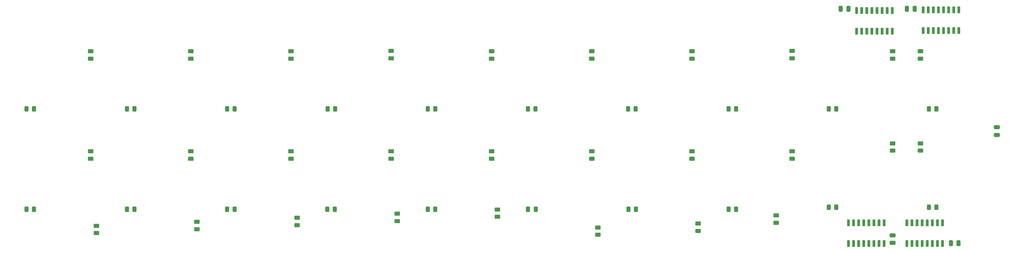
<source format=gtp>
G04 #@! TF.GenerationSoftware,KiCad,Pcbnew,8.0.4*
G04 #@! TF.CreationDate,2024-09-20T17:19:13+02:00*
G04 #@! TF.ProjectId,Keys_Flash,4b657973-5f46-46c6-9173-682e6b696361,rev?*
G04 #@! TF.SameCoordinates,Original*
G04 #@! TF.FileFunction,Paste,Top*
G04 #@! TF.FilePolarity,Positive*
%FSLAX46Y46*%
G04 Gerber Fmt 4.6, Leading zero omitted, Abs format (unit mm)*
G04 Created by KiCad (PCBNEW 8.0.4) date 2024-09-20 17:19:13*
%MOMM*%
%LPD*%
G01*
G04 APERTURE LIST*
G04 Aperture macros list*
%AMRoundRect*
0 Rectangle with rounded corners*
0 $1 Rounding radius*
0 $2 $3 $4 $5 $6 $7 $8 $9 X,Y pos of 4 corners*
0 Add a 4 corners polygon primitive as box body*
4,1,4,$2,$3,$4,$5,$6,$7,$8,$9,$2,$3,0*
0 Add four circle primitives for the rounded corners*
1,1,$1+$1,$2,$3*
1,1,$1+$1,$4,$5*
1,1,$1+$1,$6,$7*
1,1,$1+$1,$8,$9*
0 Add four rect primitives between the rounded corners*
20,1,$1+$1,$2,$3,$4,$5,0*
20,1,$1+$1,$4,$5,$6,$7,0*
20,1,$1+$1,$6,$7,$8,$9,0*
20,1,$1+$1,$8,$9,$2,$3,0*%
G04 Aperture macros list end*
%ADD10RoundRect,0.243750X-0.243750X-0.456250X0.243750X-0.456250X0.243750X0.456250X-0.243750X0.456250X0*%
%ADD11RoundRect,0.250000X0.450000X-0.262500X0.450000X0.262500X-0.450000X0.262500X-0.450000X-0.262500X0*%
%ADD12RoundRect,0.250000X-0.450000X0.262500X-0.450000X-0.262500X0.450000X-0.262500X0.450000X0.262500X0*%
%ADD13RoundRect,0.250000X0.475000X-0.250000X0.475000X0.250000X-0.475000X0.250000X-0.475000X-0.250000X0*%
%ADD14RoundRect,0.250000X0.250000X0.475000X-0.250000X0.475000X-0.250000X-0.475000X0.250000X-0.475000X0*%
%ADD15RoundRect,0.150000X0.150000X-0.725000X0.150000X0.725000X-0.150000X0.725000X-0.150000X-0.725000X0*%
%ADD16RoundRect,0.250000X-0.250000X-0.475000X0.250000X-0.475000X0.250000X0.475000X-0.250000X0.475000X0*%
%ADD17RoundRect,0.150000X-0.150000X0.725000X-0.150000X-0.725000X0.150000X-0.725000X0.150000X0.725000X0*%
G04 APERTURE END LIST*
D10*
X100062500Y-136000000D03*
X101937500Y-136000000D03*
D11*
X241000000Y-121412500D03*
X241000000Y-119587500D03*
D10*
X125125000Y-136000000D03*
X127000000Y-136000000D03*
D12*
X92500000Y-138175000D03*
X92500000Y-140000000D03*
X191000000Y-96587500D03*
X191000000Y-98412500D03*
D13*
X267000000Y-117450000D03*
X267000000Y-115550000D03*
D12*
X41000000Y-96587500D03*
X41000000Y-98412500D03*
D10*
X50062500Y-136000000D03*
X51937500Y-136000000D03*
D12*
X216000000Y-96500000D03*
X216000000Y-98325000D03*
X116000000Y-121587500D03*
X116000000Y-123412500D03*
D10*
X50062500Y-111000000D03*
X51937500Y-111000000D03*
D12*
X42500000Y-140175000D03*
X42500000Y-142000000D03*
D10*
X176937500Y-111000000D03*
X175062500Y-111000000D03*
X202000000Y-136000000D03*
X200125000Y-136000000D03*
D12*
X241000000Y-96587500D03*
X241000000Y-98412500D03*
D14*
X246500000Y-86000000D03*
X244600000Y-86000000D03*
D12*
X141000000Y-121587500D03*
X141000000Y-123412500D03*
X212000000Y-137587500D03*
X212000000Y-139412500D03*
D10*
X250062500Y-111000000D03*
X251937500Y-111000000D03*
D15*
X248609999Y-91425000D03*
X249879999Y-91425000D03*
X251149999Y-91425000D03*
X252419999Y-91425000D03*
X253689999Y-91425000D03*
X254959999Y-91425000D03*
X256229999Y-91425000D03*
X257499999Y-91425000D03*
X257499999Y-86275000D03*
X256229999Y-86275000D03*
X254959999Y-86275000D03*
X253689999Y-86275000D03*
X252419999Y-86275000D03*
X251149999Y-86275000D03*
X249879999Y-86275000D03*
X248609999Y-86275000D03*
D12*
X141000000Y-96587500D03*
X141000000Y-98412500D03*
X67500000Y-139175000D03*
X67500000Y-141000000D03*
X191000000Y-121587500D03*
X191000000Y-123412500D03*
X66000000Y-121587500D03*
X66000000Y-123412500D03*
D10*
X225062500Y-111000000D03*
X226937500Y-111000000D03*
X100125000Y-111000000D03*
X102000000Y-111000000D03*
D12*
X167500000Y-140587500D03*
X167500000Y-142412500D03*
X117500000Y-137175000D03*
X117500000Y-139000000D03*
X192500000Y-139587500D03*
X192500000Y-141412500D03*
D10*
X75062500Y-136000000D03*
X76937500Y-136000000D03*
D16*
X255550000Y-144500000D03*
X257450000Y-144500000D03*
D12*
X91000000Y-121587500D03*
X91000000Y-123412500D03*
X142500000Y-136087500D03*
X142500000Y-137912500D03*
D15*
X232055000Y-91575000D03*
X233325000Y-91575000D03*
X234595000Y-91575000D03*
X235865000Y-91575000D03*
X237135000Y-91575000D03*
X238405000Y-91575000D03*
X239675000Y-91575000D03*
X240945000Y-91575000D03*
X240945000Y-86425000D03*
X239675000Y-86425000D03*
X238405000Y-86425000D03*
X237135000Y-86425000D03*
X235865000Y-86425000D03*
X234595000Y-86425000D03*
X233325000Y-86425000D03*
X232055000Y-86425000D03*
D10*
X150125000Y-136000000D03*
X152000000Y-136000000D03*
D12*
X166000000Y-121587500D03*
X166000000Y-123412500D03*
X216000000Y-121587500D03*
X216000000Y-123412500D03*
D10*
X250062500Y-135500000D03*
X251937500Y-135500000D03*
D12*
X91000000Y-96587500D03*
X91000000Y-98412500D03*
D10*
X25000000Y-111000000D03*
X26875000Y-111000000D03*
X150062500Y-111000000D03*
X151937500Y-111000000D03*
D12*
X41000000Y-121587500D03*
X41000000Y-123412500D03*
X116000000Y-96500000D03*
X116000000Y-98325000D03*
X66000000Y-96587500D03*
X66000000Y-98412500D03*
D14*
X230000000Y-86000000D03*
X228100000Y-86000000D03*
D10*
X225062500Y-135500000D03*
X226937500Y-135500000D03*
X75062500Y-111000000D03*
X76937500Y-111000000D03*
X175125000Y-136000000D03*
X177000000Y-136000000D03*
D11*
X248000000Y-121412500D03*
X248000000Y-119587500D03*
D10*
X125125000Y-111000000D03*
X127000000Y-111000000D03*
D13*
X241000000Y-144450000D03*
X241000000Y-142550000D03*
D10*
X200125000Y-111000000D03*
X202000000Y-111000000D03*
D12*
X248000000Y-98412500D03*
X248000000Y-96587500D03*
D17*
X253445000Y-139425000D03*
X252175000Y-139425000D03*
X250905000Y-139425000D03*
X249635000Y-139425000D03*
X248365000Y-139425000D03*
X247095000Y-139425000D03*
X245825000Y-139425000D03*
X244555000Y-139425000D03*
X244555000Y-144575000D03*
X245825000Y-144575000D03*
X247095000Y-144575000D03*
X248365000Y-144575000D03*
X249635000Y-144575000D03*
X250905000Y-144575000D03*
X252175000Y-144575000D03*
X253445000Y-144575000D03*
D10*
X25062500Y-136000000D03*
X26937500Y-136000000D03*
D12*
X166000000Y-96587500D03*
X166000000Y-98412500D03*
D17*
X238945000Y-139425000D03*
X237675000Y-139425000D03*
X236405000Y-139425000D03*
X235135000Y-139425000D03*
X233865000Y-139425000D03*
X232595000Y-139425000D03*
X231325000Y-139425000D03*
X230055000Y-139425000D03*
X230055000Y-144575000D03*
X231325000Y-144575000D03*
X232595000Y-144575000D03*
X233865000Y-144575000D03*
X235135000Y-144575000D03*
X236405000Y-144575000D03*
X237675000Y-144575000D03*
X238945000Y-144575000D03*
M02*

</source>
